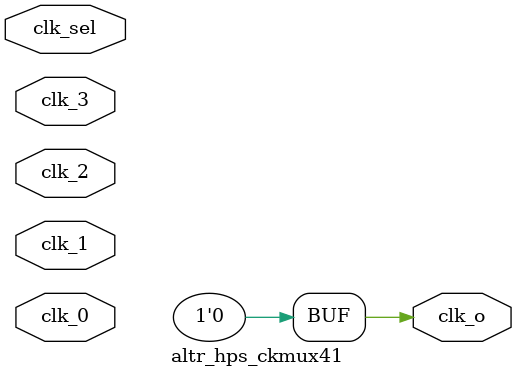
<source format=v>
module altr_hps_ckmux41(	// file.cleaned.mlir:2:3
  input        clk_0,	// file.cleaned.mlir:2:34
               clk_1,	// file.cleaned.mlir:2:50
               clk_2,	// file.cleaned.mlir:2:66
               clk_3,	// file.cleaned.mlir:2:82
  input  [1:0] clk_sel,	// file.cleaned.mlir:2:98
  output       clk_o	// file.cleaned.mlir:2:117
);

  assign clk_o = 1'h0;	// file.cleaned.mlir:3:14, :4:5
endmodule


</source>
